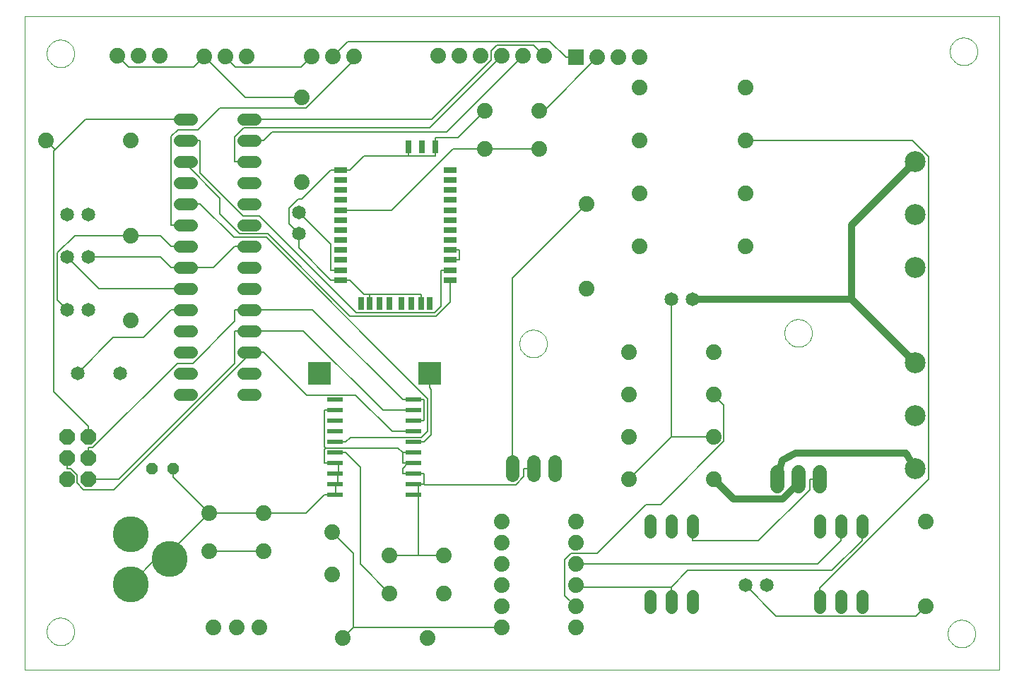
<source format=gtl>
G75*
G70*
%OFA0B0*%
%FSLAX24Y24*%
%IPPOS*%
%LPD*%
%AMOC8*
5,1,8,0,0,1.08239X$1,22.5*
%
%ADD10C,0.0000*%
%ADD11C,0.0560*%
%ADD12OC8,0.0740*%
%ADD13C,0.0740*%
%ADD14C,0.1700*%
%ADD15C,0.0650*%
%ADD16OC8,0.0560*%
%ADD17R,0.0630X0.0315*%
%ADD18R,0.0315X0.0630*%
%ADD19C,0.0640*%
%ADD20C,0.0680*%
%ADD21C,0.0984*%
%ADD22R,0.1095X0.1095*%
%ADD23R,0.0780X0.0209*%
%ADD24R,0.0740X0.0740*%
%ADD25C,0.0080*%
%ADD26C,0.0320*%
D10*
X000101Y000101D02*
X000101Y030971D01*
X046093Y030971D01*
X046093Y000101D01*
X000101Y000101D01*
X001151Y001901D02*
X001153Y001951D01*
X001159Y002001D01*
X001169Y002051D01*
X001182Y002099D01*
X001199Y002147D01*
X001220Y002193D01*
X001244Y002237D01*
X001272Y002279D01*
X001303Y002319D01*
X001337Y002356D01*
X001374Y002391D01*
X001413Y002422D01*
X001454Y002451D01*
X001498Y002476D01*
X001544Y002498D01*
X001591Y002516D01*
X001639Y002530D01*
X001688Y002541D01*
X001738Y002548D01*
X001788Y002551D01*
X001839Y002550D01*
X001889Y002545D01*
X001939Y002536D01*
X001987Y002524D01*
X002035Y002507D01*
X002081Y002487D01*
X002126Y002464D01*
X002169Y002437D01*
X002209Y002407D01*
X002247Y002374D01*
X002282Y002338D01*
X002315Y002299D01*
X002344Y002258D01*
X002370Y002215D01*
X002393Y002170D01*
X002412Y002123D01*
X002427Y002075D01*
X002439Y002026D01*
X002447Y001976D01*
X002451Y001926D01*
X002451Y001876D01*
X002447Y001826D01*
X002439Y001776D01*
X002427Y001727D01*
X002412Y001679D01*
X002393Y001632D01*
X002370Y001587D01*
X002344Y001544D01*
X002315Y001503D01*
X002282Y001464D01*
X002247Y001428D01*
X002209Y001395D01*
X002169Y001365D01*
X002126Y001338D01*
X002081Y001315D01*
X002035Y001295D01*
X001987Y001278D01*
X001939Y001266D01*
X001889Y001257D01*
X001839Y001252D01*
X001788Y001251D01*
X001738Y001254D01*
X001688Y001261D01*
X001639Y001272D01*
X001591Y001286D01*
X001544Y001304D01*
X001498Y001326D01*
X001454Y001351D01*
X001413Y001380D01*
X001374Y001411D01*
X001337Y001446D01*
X001303Y001483D01*
X001272Y001523D01*
X001244Y001565D01*
X001220Y001609D01*
X001199Y001655D01*
X001182Y001703D01*
X001169Y001751D01*
X001159Y001801D01*
X001153Y001851D01*
X001151Y001901D01*
X023451Y015501D02*
X023453Y015551D01*
X023459Y015601D01*
X023469Y015651D01*
X023482Y015699D01*
X023499Y015747D01*
X023520Y015793D01*
X023544Y015837D01*
X023572Y015879D01*
X023603Y015919D01*
X023637Y015956D01*
X023674Y015991D01*
X023713Y016022D01*
X023754Y016051D01*
X023798Y016076D01*
X023844Y016098D01*
X023891Y016116D01*
X023939Y016130D01*
X023988Y016141D01*
X024038Y016148D01*
X024088Y016151D01*
X024139Y016150D01*
X024189Y016145D01*
X024239Y016136D01*
X024287Y016124D01*
X024335Y016107D01*
X024381Y016087D01*
X024426Y016064D01*
X024469Y016037D01*
X024509Y016007D01*
X024547Y015974D01*
X024582Y015938D01*
X024615Y015899D01*
X024644Y015858D01*
X024670Y015815D01*
X024693Y015770D01*
X024712Y015723D01*
X024727Y015675D01*
X024739Y015626D01*
X024747Y015576D01*
X024751Y015526D01*
X024751Y015476D01*
X024747Y015426D01*
X024739Y015376D01*
X024727Y015327D01*
X024712Y015279D01*
X024693Y015232D01*
X024670Y015187D01*
X024644Y015144D01*
X024615Y015103D01*
X024582Y015064D01*
X024547Y015028D01*
X024509Y014995D01*
X024469Y014965D01*
X024426Y014938D01*
X024381Y014915D01*
X024335Y014895D01*
X024287Y014878D01*
X024239Y014866D01*
X024189Y014857D01*
X024139Y014852D01*
X024088Y014851D01*
X024038Y014854D01*
X023988Y014861D01*
X023939Y014872D01*
X023891Y014886D01*
X023844Y014904D01*
X023798Y014926D01*
X023754Y014951D01*
X023713Y014980D01*
X023674Y015011D01*
X023637Y015046D01*
X023603Y015083D01*
X023572Y015123D01*
X023544Y015165D01*
X023520Y015209D01*
X023499Y015255D01*
X023482Y015303D01*
X023469Y015351D01*
X023459Y015401D01*
X023453Y015451D01*
X023451Y015501D01*
X035951Y016001D02*
X035953Y016051D01*
X035959Y016101D01*
X035969Y016151D01*
X035982Y016199D01*
X035999Y016247D01*
X036020Y016293D01*
X036044Y016337D01*
X036072Y016379D01*
X036103Y016419D01*
X036137Y016456D01*
X036174Y016491D01*
X036213Y016522D01*
X036254Y016551D01*
X036298Y016576D01*
X036344Y016598D01*
X036391Y016616D01*
X036439Y016630D01*
X036488Y016641D01*
X036538Y016648D01*
X036588Y016651D01*
X036639Y016650D01*
X036689Y016645D01*
X036739Y016636D01*
X036787Y016624D01*
X036835Y016607D01*
X036881Y016587D01*
X036926Y016564D01*
X036969Y016537D01*
X037009Y016507D01*
X037047Y016474D01*
X037082Y016438D01*
X037115Y016399D01*
X037144Y016358D01*
X037170Y016315D01*
X037193Y016270D01*
X037212Y016223D01*
X037227Y016175D01*
X037239Y016126D01*
X037247Y016076D01*
X037251Y016026D01*
X037251Y015976D01*
X037247Y015926D01*
X037239Y015876D01*
X037227Y015827D01*
X037212Y015779D01*
X037193Y015732D01*
X037170Y015687D01*
X037144Y015644D01*
X037115Y015603D01*
X037082Y015564D01*
X037047Y015528D01*
X037009Y015495D01*
X036969Y015465D01*
X036926Y015438D01*
X036881Y015415D01*
X036835Y015395D01*
X036787Y015378D01*
X036739Y015366D01*
X036689Y015357D01*
X036639Y015352D01*
X036588Y015351D01*
X036538Y015354D01*
X036488Y015361D01*
X036439Y015372D01*
X036391Y015386D01*
X036344Y015404D01*
X036298Y015426D01*
X036254Y015451D01*
X036213Y015480D01*
X036174Y015511D01*
X036137Y015546D01*
X036103Y015583D01*
X036072Y015623D01*
X036044Y015665D01*
X036020Y015709D01*
X035999Y015755D01*
X035982Y015803D01*
X035969Y015851D01*
X035959Y015901D01*
X035953Y015951D01*
X035951Y016001D01*
X043751Y029301D02*
X043753Y029351D01*
X043759Y029401D01*
X043769Y029451D01*
X043782Y029499D01*
X043799Y029547D01*
X043820Y029593D01*
X043844Y029637D01*
X043872Y029679D01*
X043903Y029719D01*
X043937Y029756D01*
X043974Y029791D01*
X044013Y029822D01*
X044054Y029851D01*
X044098Y029876D01*
X044144Y029898D01*
X044191Y029916D01*
X044239Y029930D01*
X044288Y029941D01*
X044338Y029948D01*
X044388Y029951D01*
X044439Y029950D01*
X044489Y029945D01*
X044539Y029936D01*
X044587Y029924D01*
X044635Y029907D01*
X044681Y029887D01*
X044726Y029864D01*
X044769Y029837D01*
X044809Y029807D01*
X044847Y029774D01*
X044882Y029738D01*
X044915Y029699D01*
X044944Y029658D01*
X044970Y029615D01*
X044993Y029570D01*
X045012Y029523D01*
X045027Y029475D01*
X045039Y029426D01*
X045047Y029376D01*
X045051Y029326D01*
X045051Y029276D01*
X045047Y029226D01*
X045039Y029176D01*
X045027Y029127D01*
X045012Y029079D01*
X044993Y029032D01*
X044970Y028987D01*
X044944Y028944D01*
X044915Y028903D01*
X044882Y028864D01*
X044847Y028828D01*
X044809Y028795D01*
X044769Y028765D01*
X044726Y028738D01*
X044681Y028715D01*
X044635Y028695D01*
X044587Y028678D01*
X044539Y028666D01*
X044489Y028657D01*
X044439Y028652D01*
X044388Y028651D01*
X044338Y028654D01*
X044288Y028661D01*
X044239Y028672D01*
X044191Y028686D01*
X044144Y028704D01*
X044098Y028726D01*
X044054Y028751D01*
X044013Y028780D01*
X043974Y028811D01*
X043937Y028846D01*
X043903Y028883D01*
X043872Y028923D01*
X043844Y028965D01*
X043820Y029009D01*
X043799Y029055D01*
X043782Y029103D01*
X043769Y029151D01*
X043759Y029201D01*
X043753Y029251D01*
X043751Y029301D01*
X043651Y001801D02*
X043653Y001851D01*
X043659Y001901D01*
X043669Y001951D01*
X043682Y001999D01*
X043699Y002047D01*
X043720Y002093D01*
X043744Y002137D01*
X043772Y002179D01*
X043803Y002219D01*
X043837Y002256D01*
X043874Y002291D01*
X043913Y002322D01*
X043954Y002351D01*
X043998Y002376D01*
X044044Y002398D01*
X044091Y002416D01*
X044139Y002430D01*
X044188Y002441D01*
X044238Y002448D01*
X044288Y002451D01*
X044339Y002450D01*
X044389Y002445D01*
X044439Y002436D01*
X044487Y002424D01*
X044535Y002407D01*
X044581Y002387D01*
X044626Y002364D01*
X044669Y002337D01*
X044709Y002307D01*
X044747Y002274D01*
X044782Y002238D01*
X044815Y002199D01*
X044844Y002158D01*
X044870Y002115D01*
X044893Y002070D01*
X044912Y002023D01*
X044927Y001975D01*
X044939Y001926D01*
X044947Y001876D01*
X044951Y001826D01*
X044951Y001776D01*
X044947Y001726D01*
X044939Y001676D01*
X044927Y001627D01*
X044912Y001579D01*
X044893Y001532D01*
X044870Y001487D01*
X044844Y001444D01*
X044815Y001403D01*
X044782Y001364D01*
X044747Y001328D01*
X044709Y001295D01*
X044669Y001265D01*
X044626Y001238D01*
X044581Y001215D01*
X044535Y001195D01*
X044487Y001178D01*
X044439Y001166D01*
X044389Y001157D01*
X044339Y001152D01*
X044288Y001151D01*
X044238Y001154D01*
X044188Y001161D01*
X044139Y001172D01*
X044091Y001186D01*
X044044Y001204D01*
X043998Y001226D01*
X043954Y001251D01*
X043913Y001280D01*
X043874Y001311D01*
X043837Y001346D01*
X043803Y001383D01*
X043772Y001423D01*
X043744Y001465D01*
X043720Y001509D01*
X043699Y001555D01*
X043682Y001603D01*
X043669Y001651D01*
X043659Y001701D01*
X043653Y001751D01*
X043651Y001801D01*
X001151Y029201D02*
X001153Y029251D01*
X001159Y029301D01*
X001169Y029351D01*
X001182Y029399D01*
X001199Y029447D01*
X001220Y029493D01*
X001244Y029537D01*
X001272Y029579D01*
X001303Y029619D01*
X001337Y029656D01*
X001374Y029691D01*
X001413Y029722D01*
X001454Y029751D01*
X001498Y029776D01*
X001544Y029798D01*
X001591Y029816D01*
X001639Y029830D01*
X001688Y029841D01*
X001738Y029848D01*
X001788Y029851D01*
X001839Y029850D01*
X001889Y029845D01*
X001939Y029836D01*
X001987Y029824D01*
X002035Y029807D01*
X002081Y029787D01*
X002126Y029764D01*
X002169Y029737D01*
X002209Y029707D01*
X002247Y029674D01*
X002282Y029638D01*
X002315Y029599D01*
X002344Y029558D01*
X002370Y029515D01*
X002393Y029470D01*
X002412Y029423D01*
X002427Y029375D01*
X002439Y029326D01*
X002447Y029276D01*
X002451Y029226D01*
X002451Y029176D01*
X002447Y029126D01*
X002439Y029076D01*
X002427Y029027D01*
X002412Y028979D01*
X002393Y028932D01*
X002370Y028887D01*
X002344Y028844D01*
X002315Y028803D01*
X002282Y028764D01*
X002247Y028728D01*
X002209Y028695D01*
X002169Y028665D01*
X002126Y028638D01*
X002081Y028615D01*
X002035Y028595D01*
X001987Y028578D01*
X001939Y028566D01*
X001889Y028557D01*
X001839Y028552D01*
X001788Y028551D01*
X001738Y028554D01*
X001688Y028561D01*
X001639Y028572D01*
X001591Y028586D01*
X001544Y028604D01*
X001498Y028626D01*
X001454Y028651D01*
X001413Y028680D01*
X001374Y028711D01*
X001337Y028746D01*
X001303Y028783D01*
X001272Y028823D01*
X001244Y028865D01*
X001220Y028909D01*
X001199Y028955D01*
X001182Y029003D01*
X001169Y029051D01*
X001159Y029101D01*
X001153Y029151D01*
X001151Y029201D01*
D11*
X007421Y026101D02*
X007981Y026101D01*
X007981Y025101D02*
X007421Y025101D01*
X007421Y024101D02*
X007981Y024101D01*
X007981Y023101D02*
X007421Y023101D01*
X007421Y022101D02*
X007981Y022101D01*
X007981Y021101D02*
X007421Y021101D01*
X007421Y020101D02*
X007981Y020101D01*
X007981Y019101D02*
X007421Y019101D01*
X007421Y018101D02*
X007981Y018101D01*
X007981Y017101D02*
X007421Y017101D01*
X007421Y016101D02*
X007981Y016101D01*
X007981Y015101D02*
X007421Y015101D01*
X007421Y014101D02*
X007981Y014101D01*
X007981Y013101D02*
X007421Y013101D01*
X010421Y013101D02*
X010981Y013101D01*
X010981Y014101D02*
X010421Y014101D01*
X010421Y015101D02*
X010981Y015101D01*
X010981Y016101D02*
X010421Y016101D01*
X010421Y017101D02*
X010981Y017101D01*
X010981Y018101D02*
X010421Y018101D01*
X010421Y019101D02*
X010981Y019101D01*
X010981Y020101D02*
X010421Y020101D01*
X010421Y021101D02*
X010981Y021101D01*
X010981Y022101D02*
X010421Y022101D01*
X010421Y023101D02*
X010981Y023101D01*
X010981Y024101D02*
X010421Y024101D01*
X010421Y025101D02*
X010981Y025101D01*
X010981Y026101D02*
X010421Y026101D01*
X029601Y007161D02*
X029601Y006601D01*
X030601Y006601D02*
X030601Y007161D01*
X031601Y007161D02*
X031601Y006601D01*
X031601Y003601D02*
X031601Y003041D01*
X030601Y003041D02*
X030601Y003601D01*
X029601Y003601D02*
X029601Y003041D01*
X037601Y003041D02*
X037601Y003601D01*
X038601Y003601D02*
X038601Y003041D01*
X039601Y003041D02*
X039601Y003601D01*
X039601Y006601D02*
X039601Y007161D01*
X038601Y007161D02*
X038601Y006601D01*
X037601Y006601D02*
X037601Y007161D01*
D12*
X003101Y009101D03*
X002101Y009101D03*
X002101Y010101D03*
X003101Y010101D03*
X003101Y011101D03*
X002101Y011101D03*
D13*
X008821Y007491D03*
X011381Y007491D03*
X011381Y005711D03*
X008821Y005711D03*
X009031Y002101D03*
X010101Y002101D03*
X011171Y002101D03*
X015101Y001601D03*
X017321Y003711D03*
X017321Y005491D03*
X019881Y005491D03*
X022601Y005101D03*
X022601Y006101D03*
X022601Y007101D03*
X026101Y007101D03*
X026101Y006101D03*
X026101Y005101D03*
X026101Y004101D03*
X026101Y003101D03*
X026101Y002101D03*
X022601Y002101D03*
X022601Y003101D03*
X022601Y004101D03*
X019881Y003711D03*
X019101Y001601D03*
X014601Y004601D03*
X014601Y006601D03*
X028601Y009101D03*
X028601Y011101D03*
X028601Y013101D03*
X028601Y015101D03*
X032601Y015101D03*
X032601Y013101D03*
X032601Y011101D03*
X032601Y009101D03*
X042601Y007101D03*
X042601Y003101D03*
X026601Y018101D03*
X029101Y020101D03*
X026601Y022101D03*
X029101Y022601D03*
X029101Y025101D03*
X029101Y027601D03*
X029134Y029021D03*
X028134Y029021D03*
X027134Y029021D03*
X024601Y029101D03*
X023601Y029101D03*
X022601Y029101D03*
X021601Y029101D03*
X020601Y029101D03*
X019601Y029101D03*
X021821Y026491D03*
X024381Y026491D03*
X024381Y024711D03*
X021821Y024711D03*
X015661Y029071D03*
X014661Y029071D03*
X013661Y029071D03*
X013171Y027121D03*
X010571Y029061D03*
X009571Y029061D03*
X008571Y029061D03*
X006491Y029081D03*
X005491Y029081D03*
X004491Y029081D03*
X005101Y025101D03*
X001101Y025101D03*
X005101Y020601D03*
X005101Y016601D03*
X013171Y023121D03*
X034101Y022601D03*
X034101Y025101D03*
X034101Y027601D03*
X034101Y020101D03*
D14*
X006951Y005313D03*
X005101Y004132D03*
X005101Y006494D03*
D15*
X004601Y014101D03*
X002601Y014101D03*
X003101Y017101D03*
X002101Y017101D03*
X002101Y019601D03*
X003101Y019601D03*
X003101Y021601D03*
X002101Y021601D03*
X013051Y021711D03*
X013051Y020711D03*
X030601Y017601D03*
X031601Y017601D03*
X034101Y004101D03*
X035101Y004101D03*
D16*
X007101Y009601D03*
X006101Y009601D03*
D17*
X015002Y018502D03*
X015002Y018975D03*
X015002Y019447D03*
X015002Y019920D03*
X015002Y020392D03*
X015002Y020865D03*
X015002Y021337D03*
X015002Y021809D03*
X015002Y022282D03*
X015002Y022754D03*
X015002Y023227D03*
X015002Y023699D03*
X020199Y023699D03*
X020199Y023227D03*
X020199Y022754D03*
X020199Y022282D03*
X020199Y021809D03*
X020199Y021337D03*
X020199Y020865D03*
X020199Y020392D03*
X020199Y019920D03*
X020199Y019447D03*
X020199Y018975D03*
X020199Y018502D03*
D18*
X019224Y017400D03*
X018821Y017400D03*
X018349Y017400D03*
X017876Y017400D03*
X017325Y017400D03*
X016853Y017400D03*
X016380Y017400D03*
X015978Y017400D03*
X018231Y024802D03*
X018861Y024802D03*
X019491Y024802D03*
D19*
X023101Y009921D02*
X023101Y009281D01*
X024101Y009281D02*
X024101Y009921D01*
X025101Y009921D02*
X025101Y009281D01*
D20*
X035601Y009441D02*
X035601Y008761D01*
X036601Y008761D02*
X036601Y009441D01*
X037601Y009441D02*
X037601Y008761D01*
D21*
X042101Y009601D03*
X042101Y012101D03*
X042101Y014601D03*
X042101Y019101D03*
X042101Y021601D03*
X042101Y024101D03*
D22*
X019201Y014101D03*
X014001Y014101D03*
D23*
X014756Y012851D03*
X014756Y012351D03*
X014756Y011851D03*
X014756Y011351D03*
X014756Y010851D03*
X014756Y010351D03*
X014756Y009851D03*
X014756Y009351D03*
X014756Y008851D03*
X014756Y008351D03*
X018445Y008351D03*
X018445Y008851D03*
X018445Y009351D03*
X018445Y009851D03*
X018445Y010351D03*
X018445Y010851D03*
X018445Y011351D03*
X018445Y011851D03*
X018445Y012351D03*
X018445Y012851D03*
D24*
X026134Y029021D03*
D25*
X025644Y029021D01*
X024900Y029764D01*
X015354Y029764D01*
X014661Y029071D01*
X015661Y029071D02*
X015661Y028898D01*
X013385Y026623D01*
X009303Y026623D01*
X008281Y025601D01*
X007343Y025601D01*
X007021Y025279D01*
X007021Y021101D01*
X007701Y021101D01*
X007021Y020101D02*
X006521Y020601D01*
X005101Y020601D01*
X002469Y020601D01*
X001655Y019787D01*
X001655Y017546D01*
X002101Y017101D01*
X003601Y018101D02*
X002101Y019601D01*
X003101Y019601D02*
X006521Y019601D01*
X007021Y019101D01*
X007701Y019101D01*
X009021Y019101D01*
X010021Y020101D01*
X010701Y020101D01*
X010249Y020687D02*
X011576Y020687D01*
X015459Y016804D01*
X019528Y016804D01*
X020199Y017475D01*
X020199Y018502D01*
X020199Y018975D02*
X019764Y018975D01*
X019764Y017267D01*
X019462Y016965D01*
X015749Y016965D01*
X011170Y021544D01*
X010410Y021544D01*
X008381Y023573D01*
X008381Y025101D01*
X007701Y025101D01*
X007701Y024101D02*
X007701Y023981D01*
X009307Y022374D01*
X009307Y021629D01*
X010249Y020687D01*
X009968Y020514D02*
X008381Y022101D01*
X007701Y022101D01*
X009968Y020514D02*
X011521Y020514D01*
X019126Y012910D01*
X019126Y011367D01*
X018834Y011075D01*
X015490Y011075D01*
X015266Y010851D01*
X014756Y010851D01*
X014756Y010351D02*
X015266Y010351D01*
X015948Y009669D01*
X015948Y005083D01*
X017321Y003711D01*
X015601Y002101D02*
X015601Y005601D01*
X014601Y006601D01*
X013386Y007491D02*
X011381Y007491D01*
X008821Y007491D01*
X006951Y005621D01*
X006951Y005313D01*
X006282Y005313D01*
X005101Y004132D01*
X008821Y005711D02*
X011381Y005711D01*
X013386Y007491D02*
X014246Y008351D01*
X014754Y008351D01*
X014788Y008385D01*
X014788Y008851D01*
X014756Y008851D01*
X014788Y008851D02*
X014820Y008851D01*
X014884Y008915D01*
X014884Y009351D01*
X014756Y009351D01*
X014884Y009351D02*
X014902Y009369D01*
X014902Y009851D01*
X014756Y009851D01*
X014246Y009851D01*
X014246Y010512D01*
X014310Y010575D01*
X017711Y010575D01*
X017935Y010351D01*
X018445Y010351D01*
X018445Y010851D02*
X018955Y010851D01*
X019290Y011186D01*
X019290Y013344D01*
X019201Y013433D01*
X019201Y014101D01*
X018955Y012851D02*
X018445Y012851D01*
X018190Y012851D01*
X017935Y012851D01*
X013685Y017101D01*
X010701Y017101D01*
X010021Y017101D01*
X010021Y016546D01*
X008049Y014574D01*
X007308Y014574D01*
X003325Y010591D01*
X003101Y010591D01*
X003101Y010101D01*
X002591Y009305D02*
X002285Y009611D01*
X002101Y009611D01*
X002101Y010101D01*
X002591Y009305D02*
X002591Y008917D01*
X002897Y008611D01*
X004307Y008611D01*
X010701Y015004D01*
X010701Y015101D01*
X011381Y015101D01*
X013406Y013075D01*
X015722Y013075D01*
X017447Y011351D01*
X018445Y011351D01*
X018445Y011851D02*
X018915Y011851D01*
X018955Y011891D01*
X018955Y012851D01*
X018445Y012351D02*
X017016Y012351D01*
X013266Y016101D01*
X010701Y016101D01*
X010021Y016101D01*
X010021Y014571D01*
X004550Y009101D01*
X003101Y009101D01*
X003101Y011101D02*
X003101Y011591D01*
X001478Y013214D01*
X001478Y024598D01*
X001541Y024661D01*
X001101Y025101D01*
X001541Y024661D02*
X002981Y026101D01*
X007701Y026101D01*
X010021Y025268D02*
X010021Y024101D01*
X010701Y024101D01*
X010701Y025101D02*
X011381Y025101D01*
X011781Y025501D01*
X020001Y025501D01*
X023601Y029101D01*
X024107Y029594D02*
X022387Y029594D01*
X022111Y029318D01*
X022111Y028897D01*
X019314Y026101D01*
X010701Y026101D01*
X010453Y025701D02*
X010021Y025268D01*
X010453Y025701D02*
X019201Y025701D01*
X022601Y029101D01*
X024107Y029594D02*
X024601Y029101D01*
X027134Y029021D02*
X024604Y026491D01*
X024381Y026491D01*
X021821Y026491D02*
X020567Y025237D01*
X019491Y025237D01*
X019491Y024802D01*
X019491Y024367D01*
X018231Y024367D01*
X016105Y024367D01*
X015437Y023699D01*
X015220Y023699D01*
X015002Y023699D01*
X014567Y023699D01*
X013182Y022313D01*
X013003Y022313D01*
X012591Y021901D01*
X012591Y021171D01*
X013051Y020711D01*
X013051Y020019D01*
X014567Y018502D01*
X015002Y018502D01*
X015437Y018502D01*
X016105Y017835D01*
X016380Y017835D01*
X016380Y017400D01*
X016380Y017835D02*
X018821Y017835D01*
X018821Y017400D01*
X016380Y017835D02*
X016380Y017835D01*
X015002Y018975D02*
X014567Y018975D01*
X014567Y020194D01*
X013051Y021711D01*
X015002Y021809D02*
X017425Y021809D01*
X020327Y024711D01*
X021821Y024711D01*
X024381Y024711D01*
X026601Y022101D02*
X023101Y018601D01*
X023101Y009601D01*
X023661Y009601D02*
X023661Y009216D01*
X023280Y008835D01*
X018994Y008835D01*
X018955Y008874D01*
X018932Y008851D01*
X018700Y008851D01*
X018700Y008351D01*
X018700Y005491D01*
X017321Y005491D01*
X018700Y005491D02*
X019881Y005491D01*
X018700Y008351D02*
X018445Y008351D01*
X018445Y008851D02*
X018700Y008851D01*
X018955Y008874D02*
X018955Y009351D01*
X018445Y009351D01*
X017935Y009351D01*
X017935Y009596D01*
X018190Y009851D01*
X018445Y009851D01*
X018190Y009851D02*
X017935Y009851D01*
X017935Y010351D01*
X014756Y012351D02*
X014246Y012351D01*
X014246Y010638D01*
X014310Y010575D01*
X014754Y008351D02*
X014756Y008351D01*
X008821Y007491D02*
X007111Y009201D01*
X007101Y009201D01*
X007101Y009601D01*
X002601Y014101D02*
X004295Y015795D01*
X005714Y015795D01*
X007021Y017101D01*
X007701Y017101D01*
X007701Y018101D02*
X003601Y018101D01*
X007021Y020101D02*
X007701Y020101D01*
X010511Y027121D02*
X008571Y029061D01*
X008081Y028571D01*
X005001Y028571D01*
X004491Y029081D01*
X009571Y029061D02*
X010065Y028567D01*
X013157Y028567D01*
X013661Y029071D01*
X013171Y027121D02*
X010511Y027121D01*
X018231Y024802D02*
X018231Y024407D01*
X018231Y024367D01*
X020199Y019920D02*
X020634Y019920D01*
X020634Y019447D01*
X020199Y019447D01*
X030601Y017601D02*
X030601Y011101D01*
X028601Y009101D01*
X029408Y007898D02*
X027111Y005601D01*
X025895Y005601D01*
X025591Y005296D01*
X025591Y003611D01*
X026101Y003101D01*
X026201Y004001D02*
X026101Y004101D01*
X026201Y004001D02*
X030601Y004001D01*
X030601Y003601D01*
X030601Y004001D02*
X031400Y004800D01*
X038200Y004800D01*
X039601Y006201D01*
X039601Y006601D01*
X038601Y006601D02*
X038601Y006201D01*
X037501Y005101D01*
X026101Y005101D01*
X029408Y007898D02*
X030103Y007898D01*
X033096Y010891D01*
X033096Y012606D01*
X032601Y013101D01*
X032601Y011101D02*
X030601Y011101D01*
X031601Y006601D02*
X031601Y006201D01*
X034731Y006201D01*
X037141Y008611D01*
X037141Y009101D01*
X037601Y009101D01*
X037642Y004001D02*
X042753Y009111D01*
X042753Y024319D01*
X041970Y025101D01*
X034101Y025101D01*
X024101Y009601D02*
X023661Y009601D01*
X034101Y004101D02*
X035563Y002639D01*
X042139Y002639D01*
X042601Y003101D01*
X037601Y003601D02*
X037601Y004001D01*
X037642Y004001D01*
X022601Y002101D02*
X015601Y002101D01*
X015101Y001601D01*
D26*
X032601Y009101D02*
X033548Y008154D01*
X035846Y008154D01*
X036601Y008908D01*
X036601Y009101D01*
X035661Y009301D02*
X035861Y010009D01*
X036484Y010332D01*
X041670Y010332D01*
X042101Y009601D01*
X035661Y009301D02*
X035601Y009101D01*
X042101Y014601D02*
X039101Y017601D01*
X039101Y021101D01*
X042101Y024101D01*
X039101Y017601D02*
X031601Y017601D01*
M02*

</source>
